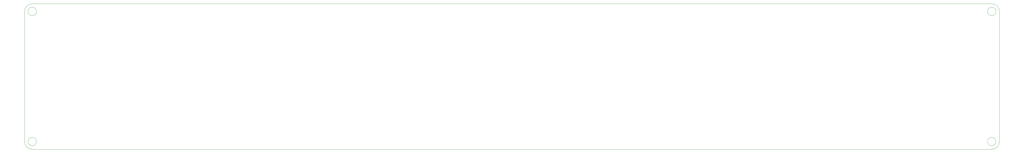
<source format=gbr>
G04 #@! TF.GenerationSoftware,KiCad,Pcbnew,(6.0.6)*
G04 #@! TF.CreationDate,2022-08-14T15:31:57+08:00*
G04 #@! TF.ProjectId,led_scroll,6c65645f-7363-4726-9f6c-6c2e6b696361,rev?*
G04 #@! TF.SameCoordinates,Original*
G04 #@! TF.FileFunction,Profile,NP*
%FSLAX46Y46*%
G04 Gerber Fmt 4.6, Leading zero omitted, Abs format (unit mm)*
G04 Created by KiCad (PCBNEW (6.0.6)) date 2022-08-14 15:31:57*
%MOMM*%
%LPD*%
G01*
G04 APERTURE LIST*
G04 #@! TA.AperFunction,Profile*
%ADD10C,0.100000*%
G04 #@! TD*
G04 APERTURE END LIST*
D10*
X58150000Y-239000000D02*
G75*
G03*
X58150000Y-239000000I-1650000J0D01*
G01*
X432150000Y-239000000D02*
G75*
G03*
X432150000Y-239000000I-1650000J0D01*
G01*
X430500000Y-242000000D02*
X56500000Y-242000000D01*
X56500000Y-185000000D02*
G75*
G03*
X53500000Y-188000000I0J-3000000D01*
G01*
X56500000Y-185000000D02*
X430500000Y-185000000D01*
X433500000Y-188000000D02*
G75*
G03*
X430500000Y-185000000I-3000000J0D01*
G01*
X53500000Y-239000000D02*
G75*
G03*
X56500000Y-242000000I3000000J0D01*
G01*
X430500000Y-242000000D02*
G75*
G03*
X433500000Y-239000000I0J3000000D01*
G01*
X53500000Y-239000000D02*
X53500000Y-188000000D01*
X58150000Y-188000000D02*
G75*
G03*
X58150000Y-188000000I-1650000J0D01*
G01*
X432150000Y-188000000D02*
G75*
G03*
X432150000Y-188000000I-1650000J0D01*
G01*
X433500000Y-188000000D02*
X433500000Y-239000000D01*
M02*

</source>
